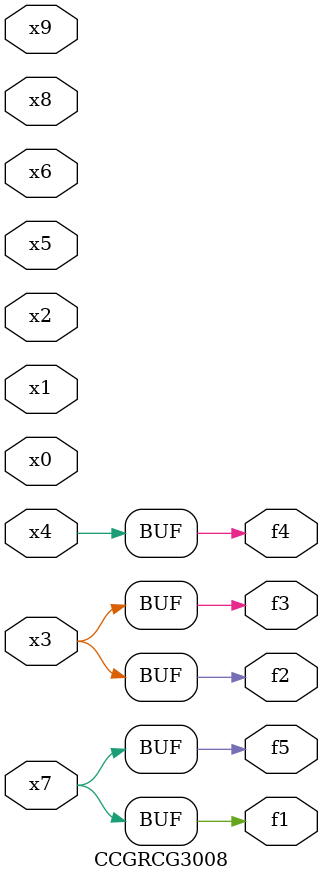
<source format=v>
module CCGRCG3008(
	input x0, x1, x2, x3, x4, x5, x6, x7, x8, x9,
	output f1, f2, f3, f4, f5
);
	assign f1 = x7;
	assign f2 = x3;
	assign f3 = x3;
	assign f4 = x4;
	assign f5 = x7;
endmodule

</source>
